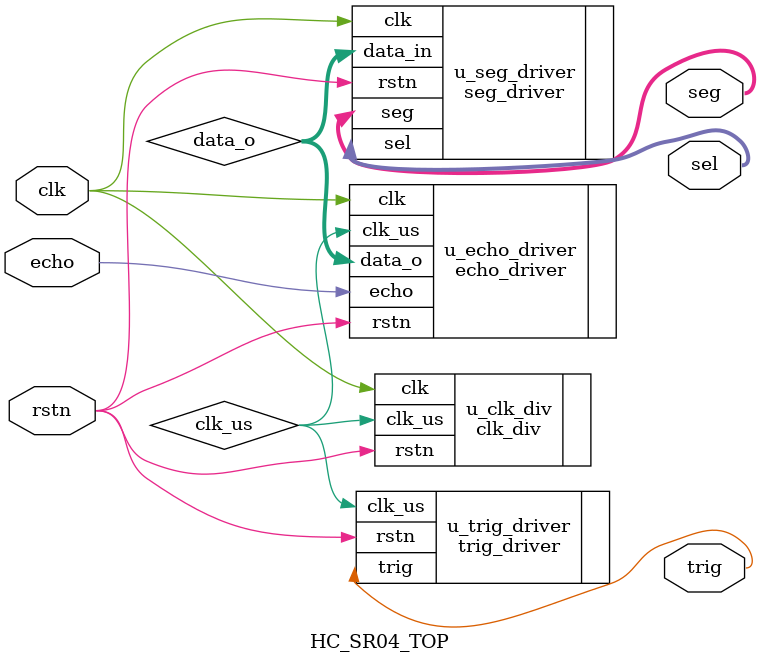
<source format=v>
module 	HC_SR04_TOP(
	input  			clk		, 
	input   		rstn	, 
	
	input   		echo	, // 距离信号
	output   		trig	, // 触发测距信号
	output  wire [7:0]	sel	,
	output  wire [7:0]	seg
);

	wire	[18:00]		data_o		;
	wire 				clk_us		;

	seg_driver u_seg_driver(  
		.clk		(clk	),
		.rstn		(rstn	),
		.data_in	(data_o	), //待显示数据
		.sel		(sel	),	// 我这里是8位段选，可以换6位，但是要自己改代码
    	.seg		(seg	)     
	);	

	clk_div	u_clk_div(
		.clk		(clk	), 
		.rstn		(rstn	),
		.clk_us		(clk_us )
	);
	trig_driver	u_trig_driver(
		.clk_us		(clk_us	),
		.rstn		(rstn	),
		.trig		(trig	)
	);

	echo_driver	u_echo_driver(
		.clk		(clk	),
		.clk_us		(clk_us	),
		.rstn		(rstn	),
		.echo		(echo	),
		.data_o		(data_o	)
		);

//Logic Description
	

endmodule 

</source>
